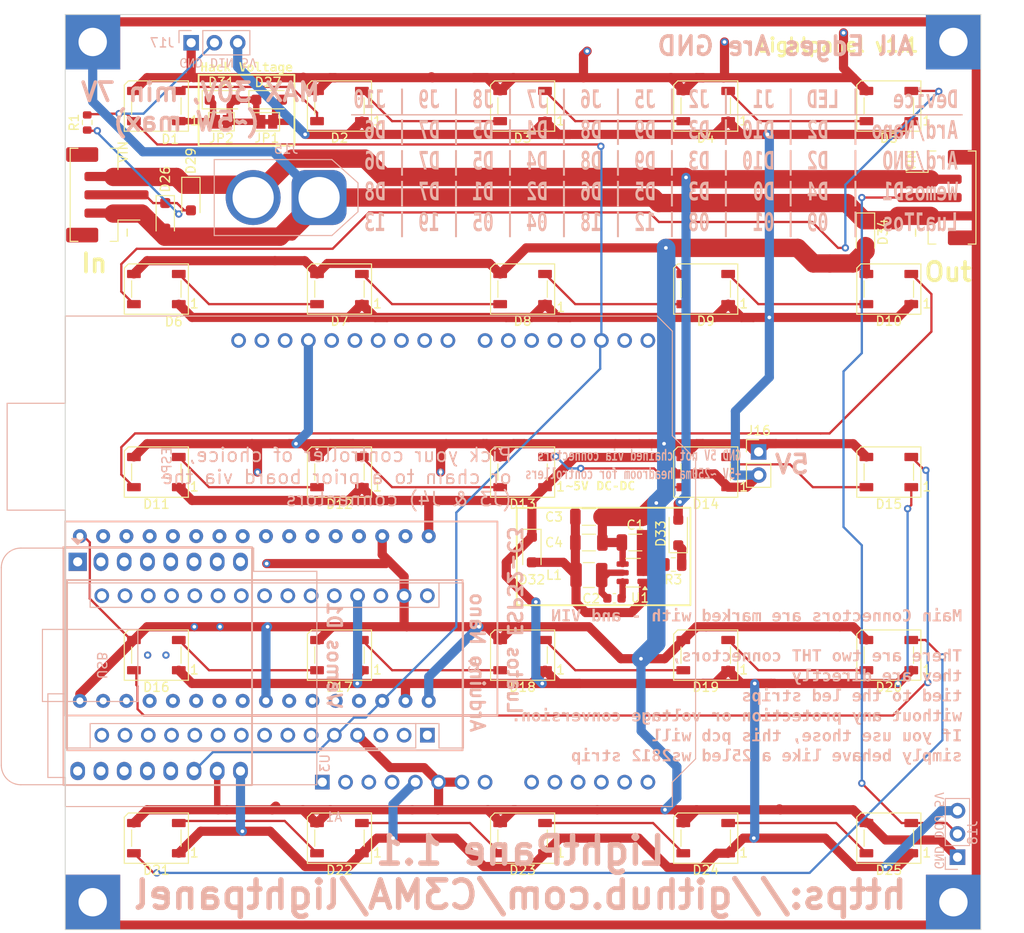
<source format=kicad_pcb>
(kicad_pcb
	(version 20240108)
	(generator "pcbnew")
	(generator_version "8.0")
	(general
		(thickness 1.6)
		(legacy_teardrops no)
	)
	(paper "A4")
	(layers
		(0 "F.Cu" signal)
		(31 "B.Cu" signal)
		(32 "B.Adhes" user "B.Adhesive")
		(33 "F.Adhes" user "F.Adhesive")
		(34 "B.Paste" user)
		(35 "F.Paste" user)
		(36 "B.SilkS" user "B.Silkscreen")
		(37 "F.SilkS" user "F.Silkscreen")
		(38 "B.Mask" user)
		(39 "F.Mask" user)
		(40 "Dwgs.User" user "User.Drawings")
		(41 "Cmts.User" user "User.Comments")
		(42 "Eco1.User" user "User.Eco1")
		(43 "Eco2.User" user "User.Eco2")
		(44 "Edge.Cuts" user)
		(45 "Margin" user)
		(46 "B.CrtYd" user "B.Courtyard")
		(47 "F.CrtYd" user "F.Courtyard")
		(48 "B.Fab" user)
		(49 "F.Fab" user)
		(50 "User.1" user)
		(51 "User.2" user)
		(52 "User.3" user)
		(53 "User.4" user)
		(54 "User.5" user)
		(55 "User.6" user)
		(56 "User.7" user)
		(57 "User.8" user)
		(58 "User.9" user)
	)
	(setup
		(stackup
			(layer "F.SilkS"
				(type "Top Silk Screen")
			)
			(layer "F.Paste"
				(type "Top Solder Paste")
			)
			(layer "F.Mask"
				(type "Top Solder Mask")
				(thickness 0.01)
			)
			(layer "F.Cu"
				(type "copper")
				(thickness 0.035)
			)
			(layer "dielectric 1"
				(type "core")
				(thickness 1.51)
				(material "FR4")
				(epsilon_r 4.5)
				(loss_tangent 0.02)
			)
			(layer "B.Cu"
				(type "copper")
				(thickness 0.035)
			)
			(layer "B.Mask"
				(type "Bottom Solder Mask")
				(thickness 0.01)
			)
			(layer "B.Paste"
				(type "Bottom Solder Paste")
			)
			(layer "B.SilkS"
				(type "Bottom Silk Screen")
			)
			(copper_finish "None")
			(dielectric_constraints no)
		)
		(pad_to_mask_clearance 0)
		(allow_soldermask_bridges_in_footprints no)
		(pcbplotparams
			(layerselection 0x00010fc_ffffffff)
			(plot_on_all_layers_selection 0x0000000_00000000)
			(disableapertmacros no)
			(usegerberextensions no)
			(usegerberattributes yes)
			(usegerberadvancedattributes yes)
			(creategerberjobfile yes)
			(dashed_line_dash_ratio 12.000000)
			(dashed_line_gap_ratio 3.000000)
			(svgprecision 6)
			(plotframeref no)
			(viasonmask no)
			(mode 1)
			(useauxorigin no)
			(hpglpennumber 1)
			(hpglpenspeed 20)
			(hpglpendiameter 15.000000)
			(pdf_front_fp_property_popups yes)
			(pdf_back_fp_property_popups yes)
			(dxfpolygonmode yes)
			(dxfimperialunits yes)
			(dxfusepcbnewfont yes)
			(psnegative no)
			(psa4output no)
			(plotreference yes)
			(plotvalue yes)
			(plotfptext yes)
			(plotinvisibletext no)
			(sketchpadsonfab no)
			(subtractmaskfromsilk no)
			(outputformat 1)
			(mirror no)
			(drillshape 0)
			(scaleselection 1)
			(outputdirectory "fabv4")
		)
	)
	(net 0 "")
	(net 1 "unconnected-(A1-NC-Pad1)")
	(net 2 "unconnected-(A1-IOREF-Pad2)")
	(net 3 "unconnected-(A1-~{RESET}-Pad3)")
	(net 4 "unconnected-(A1-3V3-Pad4)")
	(net 5 "unconnected-(A1-VIN-Pad8)")
	(net 6 "unconnected-(A1-A0-Pad9)")
	(net 7 "unconnected-(A1-A1-Pad10)")
	(net 8 "unconnected-(A1-A2-Pad11)")
	(net 9 "unconnected-(A1-A3-Pad12)")
	(net 10 "unconnected-(A1-SDA{slash}A4-Pad13)")
	(net 11 "unconnected-(A1-SCL{slash}A5-Pad14)")
	(net 12 "unconnected-(A1-D0{slash}RX-Pad15)")
	(net 13 "5V")
	(net 14 "GND")
	(net 15 "VIN")
	(net 16 "unconnected-(A1-D1{slash}TX-Pad16)")
	(net 17 "unconnected-(A1-D11-Pad26)")
	(net 18 "unconnected-(A1-D12-Pad27)")
	(net 19 "unconnected-(A1-D13-Pad28)")
	(net 20 "unconnected-(A1-AREF-Pad30)")
	(net 21 "unconnected-(A1-SDA{slash}A4-Pad31)")
	(net 22 "unconnected-(A1-SCL{slash}A5-Pad32)")
	(net 23 "unconnected-(A2-TX1-Pad1)")
	(net 24 "unconnected-(A2-RX1-Pad2)")
	(net 25 "unconnected-(A2-~{RESET}-Pad3)")
	(net 26 "unconnected-(A2-MOSI-Pad14)")
	(net 27 "unconnected-(A2-MISO-Pad15)")
	(net 28 "unconnected-(A2-SCK-Pad16)")
	(net 29 "unconnected-(A2-AREF-Pad18)")
	(net 30 "unconnected-(A2-A0-Pad19)")
	(net 31 "unconnected-(A2-A1-Pad20)")
	(net 32 "unconnected-(A2-A2-Pad21)")
	(net 33 "unconnected-(A2-A3-Pad22)")
	(net 34 "unconnected-(A2-SDA{slash}A4-Pad23)")
	(net 35 "unconnected-(A2-SCL{slash}A5-Pad24)")
	(net 36 "unconnected-(A2-A6-Pad25)")
	(net 37 "unconnected-(A2-A7-Pad26)")
	(net 38 "unconnected-(A2-~{RESET}-Pad28)")
	(net 39 "unconnected-(A2-VIN-Pad30)")
	(net 40 "Net-(U1-BST)")
	(net 41 "Net-(U1-SW)")
	(net 42 "Net-(D1-DOUT)")
	(net 43 "Net-(D2-DOUT)")
	(net 44 "Net-(D3-DOUT)")
	(net 45 "Net-(D4-DOUT)")
	(net 46 "Net-(D5-DOUT)")
	(net 47 "Net-(D6-DOUT)")
	(net 48 "Net-(D7-DOUT)")
	(net 49 "Net-(D8-DOUT)")
	(net 50 "Net-(D10-DIN)")
	(net 51 "Net-(D10-DOUT)")
	(net 52 "Net-(D11-DOUT)")
	(net 53 "Net-(D12-DOUT)")
	(net 54 "Net-(D13-DOUT)")
	(net 55 "Net-(D14-DOUT)")
	(net 56 "Net-(D15-DOUT)")
	(net 57 "Net-(D16-DOUT)")
	(net 58 "Net-(D17-DOUT)")
	(net 59 "Net-(D18-DOUT)")
	(net 60 "Net-(D19-DOUT)")
	(net 61 "Net-(D20-DOUT)")
	(net 62 "Net-(D21-DOUT)")
	(net 63 "Net-(D22-DOUT)")
	(net 64 "Net-(D23-DOUT)")
	(net 65 "Net-(D24-DOUT)")
	(net 66 "LDumbOut")
	(net 67 "unconnected-(ESP1-IO00-Pad2)")
	(net 68 "unconnected-(A1-D8-Pad23)")
	(net 69 "LOut")
	(net 70 "unconnected-(A1-D10-Pad25)")
	(net 71 "unconnected-(A1-D3-Pad18)")
	(net 72 "unconnected-(A1-D6-Pad21)")
	(net 73 "unconnected-(A1-D4-Pad19)")
	(net 74 "unconnected-(A1-D9-Pad24)")
	(net 75 "unconnected-(A1-D5-Pad20)")
	(net 76 "unconnected-(A1-D7-Pad22)")
	(net 77 "unconnected-(ESP1-RX0-Pad8)")
	(net 78 "unconnected-(ESP1-TX0-Pad9)")
	(net 79 "LDumb")
	(net 80 "unconnected-(ESP1-NC-Pad11)")
	(net 81 "unconnected-(ESP1-EN-Pad12)")
	(net 82 "unconnected-(ESP1-3.3V-Pad13)")
	(net 83 "unconnected-(ESP1-PEB-Pad15)")
	(net 84 "unconnected-(A2-3V3-Pad17)")
	(net 85 "unconnected-(ESP1-IO02-Pad19)")
	(net 86 "unconnected-(ESP1-IO03-Pad20)")
	(net 87 "unconnected-(ESP1-IO10-Pad21)")
	(net 88 "unconnected-(ESP1-IO06-Pad22)")
	(net 89 "unconnected-(ESP1-IO07-Pad23)")
	(net 90 "unconnected-(ESP1-IO11-Pad24)")
	(net 91 "unconnected-(ESP1-3.3V-Pad26)")
	(net 92 "unconnected-(U3-~{RST}-Pad1)")
	(net 93 "unconnected-(U3-A0-Pad2)")
	(net 94 "unconnected-(U3-RX-Pad15)")
	(net 95 "unconnected-(U3-TX-Pad16)")
	(net 96 "Net-(U1-EN)")
	(net 97 "Net-(D1-VDD)")
	(net 98 "Net-(D27-K)")
	(net 99 "GND_IN")
	(net 100 "Net-(D33-K)")
	(net 101 "unconnected-(ESP1-3.3V-Pad18)")
	(net 102 "Net-(D32-A)")
	(net 103 "unconnected-(A2-D4-Pad7)")
	(net 104 "unconnected-(U3-3V3-Pad8)")
	(net 105 "unconnected-(A2-D6-Pad9)")
	(net 106 "unconnected-(A2-D9-Pad12)")
	(net 107 "unconnected-(A2-D5-Pad8)")
	(net 108 "unconnected-(A2-D8-Pad11)")
	(net 109 "unconnected-(A2-D7-Pad10)")
	(net 110 "unconnected-(A2-D3-Pad6)")
	(net 111 "unconnected-(A2-D10-Pad13)")
	(net 112 "unconnected-(ESP1-IO12-Pad4)")
	(net 113 "unconnected-(ESP1-GND-Pad7)")
	(net 114 "unconnected-(ESP1-IO08-Pad29)")
	(net 115 "unconnected-(ESP1-IO13-Pad10)")
	(net 116 "unconnected-(ESP1-IO04-Pad28)")
	(net 117 "unconnected-(ESP1-IO19-Pad6)")
	(net 118 "unconnected-(ESP1-IO01-Pad3)")
	(net 119 "unconnected-(ESP1-IO05-Pad27)")
	(net 120 "unconnected-(ESP1-IO18-Pad5)")
	(net 121 "unconnected-(U3-SDA{slash}D2-Pad13)")
	(net 122 "unconnected-(U3-D3-Pad12)")
	(net 123 "unconnected-(U3-D0-Pad3)")
	(net 124 "unconnected-(U3-MOSI{slash}D7-Pad6)")
	(net 125 "unconnected-(U3-MISO{slash}D6-Pad5)")
	(net 126 "unconnected-(U3-SCK{slash}D5-Pad4)")
	(net 127 "unconnected-(U3-SCL{slash}D1-Pad14)")
	(net 128 "unconnected-(U3-CS{slash}D8-Pad7)")
	(footprint "Library:Solder_Screw_Mount" (layer "F.Cu") (at 53 147))
	(footprint "Diode_SMD:D_SOD-123F" (layer "F.Cu") (at 63.725 70 -90))
	(footprint "Capacitor_SMD:C_1206_3216Metric" (layer "F.Cu") (at 107.188 104.902))
	(footprint "Diode_SMD:D_SOD-123F" (layer "F.Cu") (at 116.95 106.6 90))
	(footprint "LED_SMD:LED_WS2812B_PLCC4_5.0x5.0mm_P3.2mm" (layer "F.Cu") (at 139.95 140 180))
	(footprint "Package_TO_SOT_SMD:TSOT-23-6" (layer "F.Cu") (at 112.014 110.998 180))
	(footprint "LED_SMD:LED_WS2812B_PLCC4_5.0x5.0mm_P3.2mm" (layer "F.Cu") (at 119.95 60 180))
	(footprint "Jumper:SolderJumper-2_P1.3mm_Bridged_Pad1.0x1.5mm" (layer "F.Cu") (at 67.056 61.722))
	(footprint "LED_SMD:LED_WS2812B_PLCC4_5.0x5.0mm_P3.2mm" (layer "F.Cu") (at 119.95 80 180))
	(footprint "LED_SMD:LED_WS2812B_PLCC4_5.0x5.0mm_P3.2mm" (layer "F.Cu") (at 139.95 120 180))
	(footprint "LED_SMD:LED_WS2812B_PLCC4_5.0x5.0mm_P3.2mm" (layer "F.Cu") (at 59.95 140 180))
	(footprint "C2688785:JST_PH_B3B-PH-SM4-TB_1x03-1MP_P2.00mm_Vertical" (layer "F.Cu") (at 54.9 69.7 90))
	(footprint "LED_SMD:LED_WS2812B_PLCC4_5.0x5.0mm_P3.2mm" (layer "F.Cu") (at 99.95 100 180))
	(footprint "Diode_SMD:D_SOD-123F" (layer "F.Cu") (at 60.925 72 -90))
	(footprint "LED_SMD:LED_WS2812B_PLCC4_5.0x5.0mm_P3.2mm" (layer "F.Cu") (at 99.95 140 180))
	(footprint "LED_SMD:LED_WS2812B_PLCC4_5.0x5.0mm_P3.2mm" (layer "F.Cu") (at 99.95 60 180))
	(footprint "LED_SMD:LED_WS2812B_PLCC4_5.0x5.0mm_P3.2mm" (layer "F.Cu") (at 139.95 100 180))
	(footprint "Diode_SMD:D_SOD-123F" (layer "F.Cu") (at 72.266 59.309))
	(footprint "Library:Solder_Screw_Mount" (layer "F.Cu") (at 147 147))
	(footprint "LED_SMD:LED_WS2812B_PLCC4_5.0x5.0mm_P3.2mm" (layer "F.Cu") (at 119.95 120 180))
	(footprint "LED_SMD:LED_WS2812B_PLCC4_5.0x5.0mm_P3.2mm" (layer "F.Cu") (at 79.95 60 180))
	(footprint "LED_SMD:LED_WS2812B_PLCC4_5.0x5.0mm_P3.2mm" (layer "F.Cu") (at 79.95 80 180))
	(footprint "Diode_SMD:D_SOD-123F" (layer "F.Cu") (at 137.4 73.9 -90))
	(footprint "Library:Solder_Screw_Mount" (layer "F.Cu") (at 53 53))
	(footprint "LED_SMD:LED_WS2812B_PLCC4_5.0x5.0mm_P3.2mm" (layer "F.Cu") (at 59.95 100 180))
	(footprint "LED_SMD:LED_WS2812B_PLCC4_5.0x5.0mm_P3.2mm" (layer "F.Cu") (at 59.95 60 180))
	(footprint "LED_SMD:LED_WS2812B_PLCC4_5.0x5.0mm_P3.2mm" (layer "F.Cu") (at 99.95 80 180))
	(footprint "LED_SMD:LED_WS2812B_PLCC4_5.0x5.0mm_P3.2mm" (layer "F.Cu") (at 119.95 100 180))
	(footprint "LED_SMD:LED_WS2812B_PLCC4_5.0x5.0mm_P3.2mm" (layer "F.Cu") (at 79.95 140 180))
	(footprint "C2688785:JST_PH_B3B-PH-SM4-TB_1x03-1MP_P2.00mm_Vertical" (layer "F.Cu") (at 145.101 70 -90))
	(footprint "Resistor_SMD:R_0805_2012Metric" (layer "F.Cu") (at 116.4125 110.1 180))
	(footprint "Connector_PinHeader_2.54mm:PinHeader_1x02_P2.54mm_Vertical" (layer "F.Cu") (at 125.73 97.79))
	(footprint "LED_SMD:LED_WS2812B_PLCC4_5.0x5.0mm_P3.2mm" (layer "F.Cu") (at 59.95 80 180))
	(footprint "Diode_SMD:D_SOD-123F"
		(layer "F.Cu")
		(uuid "99f7f4b3-7c3e-491a-96ed-ea24445cf2d6")
		(at 100.965 108.461 -90)
		(descr "D_SOD-123F")
		(tags "D_SOD-123F")
		(property "Reference" "D32"
			(at 3.299 0 180)
			(layer "F.SilkS")
			(uuid "d2545ace-03cd-46ed-9f58-97c403344557")
			(effects
				(font
					(size 1 1)
					(thickness 0.15)
				)
			)
		)
		(property "Value" "1A 5uA@1kV"
			(at 0 2.1 90)
			(layer "F.Fab")
			(uuid "1e53346a-1893-4871-9df5-f67eee9e6e38")
			(effects
				(font
					(size 1 1)
					(thickness 0.15)
				)
			)
		)
		(property "Footprint" "Diode_SMD:D_SOD-123F"
			(at 0 0 -90)
			(layer "F.Fab")
			(hide yes)
			(uuid "d226071a-ca68-4a64-a1fa-281126294309")
			(effects
				(font
					(size 1.27 1.27)
					(thickness 0.15)
				)
			)
		)
		(property "Datasheet" ""
			(at 0 0 -90)
			(layer "F.Fab")
			(hide yes)
			(uuid "f7d2f355-e620-408e-8ca1-afc24e0448fb")
			(effects
				(font
					(size 1.27 1.27)
					(thickness 0.15)
				)
			)
		)
		(property "Description" ""
			(at 0 0 -90)
			(layer "F.Fab")
			(hide yes)
			(uuid "9f8bbe72-4b1c-499e-9939-2457b0c6578e")
			(effects
				(font
					(size 1.27 1.27)
					(thickness 0.15)
				)
			)
		)
		(property "LCSC" "C64898"
			(at -7.496 209.426 0)
			(layer "F.Fab")
			(hide yes)
			(uuid "d08455f3-5557-4b54-98d2-634d324d9d61")
			(effects
				(font
					(size 1 1)
					(thickness 0.15)
				)
			)
		)
		(property "Sim.Device" "D"
			(at -7.496 209.426 0)
			(layer "F.Fab")
			(hide yes)
			(uuid "68d2f835-b949-4a7b-8f05-3f10042801cf")
			(effects
				(font
					(size 1 1)
					(thickness 0.15)
				)
			)
		)
		(property "Sim.Pins" "1=K 2=A"
			(at -7.496 209.426 0)
			(layer "F.Fab")
			(hide yes)
			(uuid "047293d3-359b-4a6e-a31c-ef1ea0d8337f")
			(effects
				(font
					(size 1 1)
					(thickness 0.15)
				)
			)
		)
		(property ki_fp_filters "TO-???* *_Diode_* *SingleDiode* D_*")
		(path "/fa8145dc-e9d8-4652-ab10-0c8092742c25")
		(sheetname "Root")
		(sheetfile "lig.kicad_sch")
		(attr smd)
		(fp_line
			(start -2.21 1)
			(end 1.65 1)
			(stroke
				(width 0.12)
				(type solid)
			)
			(layer "F.SilkS")
			(uuid "d2e775aa-ba22-4f85-9e85-2960f60bf2a4")
		)
		(fp_line
			(start -2.21 -1)
			(end -2.21 1)
			(stroke
				(width 0.12)
				(type solid)
			)
			(layer "F.SilkS")
			(uuid "3636f0f0-738d-41fa-85a0-89ce278cbeff")
		)
		(fp_line
			(start -2.21 -1)
			(end 1.65 -1)
			(stroke
				(width 0.12)
				(type solid)
			)
			(layer "F.SilkS")
			(uuid "ffa1f952-89bf-4455-8b1c-0e0990a7c567")
		)
		(fp_line
			(start 2.2 1.15)
			(end -2.2 1.15)
			(stroke
				(width 0.05)
				(type solid)
			)
			(layer "F.CrtYd")
			(uuid "7bb3ce8f-b52d-4a0f-b6da-0ac55d2ddabb")
		)
		(fp_line
			(start -2.2 -1.15)
			(end -2.2 1.15)
			(stroke
				(width 0.05)
				(type solid)
			)
			(layer "F.CrtYd")
			(uuid "1e6de3ab-4ba3-40c7-928b-7f7cd1d6bcbb")
		)
		(fp_line
			(start -2.2 -1.15)
			(end 2.2 -1.15)
			(stroke
				(width 0.05)
				(type solid)
			)
			(layer "F.CrtYd")
			(uuid "30734
... [994202 chars truncated]
</source>
